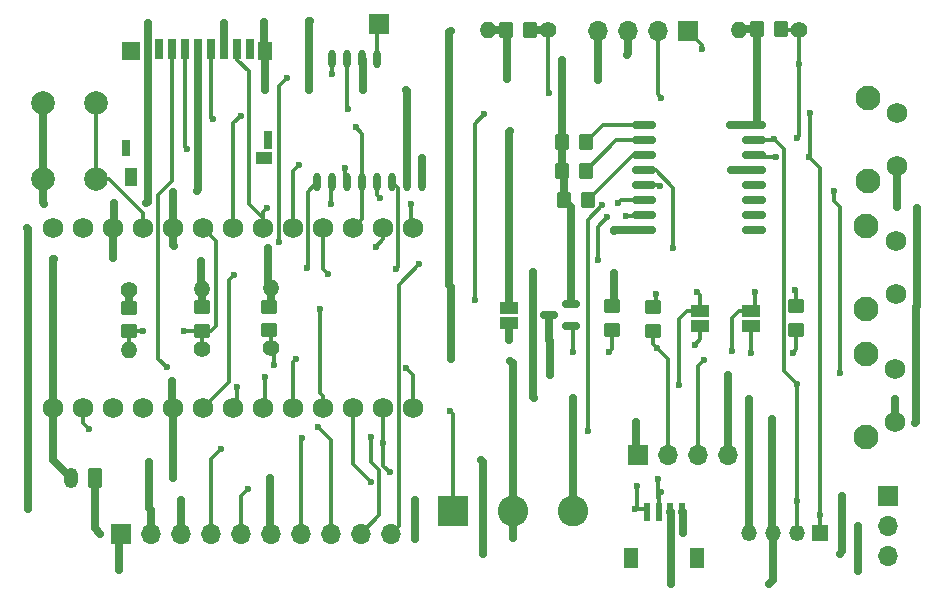
<source format=gbr>
%TF.GenerationSoftware,KiCad,Pcbnew,8.0.6-8.0.6-0~ubuntu24.04.1*%
%TF.CreationDate,2025-11-22T22:57:41-05:00*%
%TF.ProjectId,rook,726f6f6b-2e6b-4696-9361-645f70636258,rev?*%
%TF.SameCoordinates,Original*%
%TF.FileFunction,Copper,L1,Top*%
%TF.FilePolarity,Positive*%
%FSLAX46Y46*%
G04 Gerber Fmt 4.6, Leading zero omitted, Abs format (unit mm)*
G04 Created by KiCad (PCBNEW 8.0.6-8.0.6-0~ubuntu24.04.1) date 2025-11-22 22:57:41*
%MOMM*%
%LPD*%
G01*
G04 APERTURE LIST*
G04 Aperture macros list*
%AMRoundRect*
0 Rectangle with rounded corners*
0 $1 Rounding radius*
0 $2 $3 $4 $5 $6 $7 $8 $9 X,Y pos of 4 corners*
0 Add a 4 corners polygon primitive as box body*
4,1,4,$2,$3,$4,$5,$6,$7,$8,$9,$2,$3,0*
0 Add four circle primitives for the rounded corners*
1,1,$1+$1,$2,$3*
1,1,$1+$1,$4,$5*
1,1,$1+$1,$6,$7*
1,1,$1+$1,$8,$9*
0 Add four rect primitives between the rounded corners*
20,1,$1+$1,$2,$3,$4,$5,0*
20,1,$1+$1,$4,$5,$6,$7,0*
20,1,$1+$1,$6,$7,$8,$9,0*
20,1,$1+$1,$8,$9,$2,$3,0*%
G04 Aperture macros list end*
%TA.AperFunction,SMDPad,CuDef*%
%ADD10RoundRect,0.250000X-0.450000X0.350000X-0.450000X-0.350000X0.450000X-0.350000X0.450000X0.350000X0*%
%TD*%
%TA.AperFunction,SMDPad,CuDef*%
%ADD11RoundRect,0.250000X-0.350000X-0.450000X0.350000X-0.450000X0.350000X0.450000X-0.350000X0.450000X0*%
%TD*%
%TA.AperFunction,ComponentPad*%
%ADD12R,1.700000X1.700000*%
%TD*%
%TA.AperFunction,ComponentPad*%
%ADD13O,1.700000X1.700000*%
%TD*%
%TA.AperFunction,SMDPad,CuDef*%
%ADD14RoundRect,0.250000X0.450000X-0.350000X0.450000X0.350000X-0.450000X0.350000X-0.450000X-0.350000X0*%
%TD*%
%TA.AperFunction,SMDPad,CuDef*%
%ADD15RoundRect,0.150000X0.587500X0.150000X-0.587500X0.150000X-0.587500X-0.150000X0.587500X-0.150000X0*%
%TD*%
%TA.AperFunction,SMDPad,CuDef*%
%ADD16R,1.500000X1.000000*%
%TD*%
%TA.AperFunction,SMDPad,CuDef*%
%ADD17R,1.200000X1.800000*%
%TD*%
%TA.AperFunction,SMDPad,CuDef*%
%ADD18R,0.500000X1.550000*%
%TD*%
%TA.AperFunction,ComponentPad*%
%ADD19C,1.752600*%
%TD*%
%TA.AperFunction,ComponentPad*%
%ADD20C,1.400000*%
%TD*%
%TA.AperFunction,ComponentPad*%
%ADD21O,1.400000X1.400000*%
%TD*%
%TA.AperFunction,ComponentPad*%
%ADD22C,2.000000*%
%TD*%
%TA.AperFunction,SMDPad,CuDef*%
%ADD23RoundRect,0.150000X-0.875000X-0.150000X0.875000X-0.150000X0.875000X0.150000X-0.875000X0.150000X0*%
%TD*%
%TA.AperFunction,ComponentPad*%
%ADD24C,2.100000*%
%TD*%
%TA.AperFunction,ComponentPad*%
%ADD25C,1.750000*%
%TD*%
%TA.AperFunction,SMDPad,CuDef*%
%ADD26R,0.700000X1.750000*%
%TD*%
%TA.AperFunction,SMDPad,CuDef*%
%ADD27R,1.300000X1.500000*%
%TD*%
%TA.AperFunction,SMDPad,CuDef*%
%ADD28R,0.800000X1.500000*%
%TD*%
%TA.AperFunction,SMDPad,CuDef*%
%ADD29R,0.800000X1.400000*%
%TD*%
%TA.AperFunction,SMDPad,CuDef*%
%ADD30R,1.500000X1.500000*%
%TD*%
%TA.AperFunction,SMDPad,CuDef*%
%ADD31R,1.000000X1.550000*%
%TD*%
%TA.AperFunction,SMDPad,CuDef*%
%ADD32R,1.450000X1.000000*%
%TD*%
%TA.AperFunction,SMDPad,CuDef*%
%ADD33RoundRect,0.250000X0.350000X0.450000X-0.350000X0.450000X-0.350000X-0.450000X0.350000X-0.450000X0*%
%TD*%
%TA.AperFunction,ComponentPad*%
%ADD34O,1.350000X1.350000*%
%TD*%
%TA.AperFunction,ComponentPad*%
%ADD35R,1.350000X1.350000*%
%TD*%
%TA.AperFunction,SMDPad,CuDef*%
%ADD36RoundRect,0.300000X0.000010X-0.500000X0.000010X0.500000X-0.000010X0.500000X-0.000010X-0.500000X0*%
%TD*%
%TA.AperFunction,ComponentPad*%
%ADD37R,2.600000X2.600000*%
%TD*%
%TA.AperFunction,ComponentPad*%
%ADD38C,2.600000*%
%TD*%
%TA.AperFunction,ComponentPad*%
%ADD39O,1.200000X1.750000*%
%TD*%
%TA.AperFunction,ComponentPad*%
%ADD40RoundRect,0.250000X0.350000X0.625000X-0.350000X0.625000X-0.350000X-0.625000X0.350000X-0.625000X0*%
%TD*%
%TA.AperFunction,ViaPad*%
%ADD41C,0.600000*%
%TD*%
%TA.AperFunction,Conductor*%
%ADD42C,0.700000*%
%TD*%
%TA.AperFunction,Conductor*%
%ADD43C,0.300000*%
%TD*%
G04 APERTURE END LIST*
D10*
%TO.P,R16,1*%
%TO.N,GND*%
X48050000Y-22850000D03*
%TO.P,R16,2*%
%TO.N,GPS_EN*%
X48050000Y-24850000D03*
%TD*%
D11*
%TO.P,R14,2*%
%TO.N,Net-(U3-A0)*%
X45800000Y-8950000D03*
%TO.P,R14,1*%
%TO.N,GND*%
X43800000Y-8950000D03*
%TD*%
%TO.P,R13,2*%
%TO.N,Net-(U3-A1)*%
X45800000Y-11350000D03*
%TO.P,R13,1*%
%TO.N,GND*%
X43800000Y-11350000D03*
%TD*%
%TO.P,R12,2*%
%TO.N,Net-(U3-A2)*%
X45950000Y-13850000D03*
%TO.P,R12,1*%
%TO.N,GND*%
X43950000Y-13850000D03*
%TD*%
D12*
%TO.P,J9,1,Pin_1*%
%TO.N,V_EXT*%
X6400000Y-42100000D03*
D13*
%TO.P,J9,2,Pin_2*%
%TO.N,BAT*%
X8940000Y-42100000D03*
%TO.P,J9,3,Pin_3*%
%TO.N,3V3*%
X11480000Y-42100000D03*
%TO.P,J9,4,Pin_4*%
%TO.N,SDA*%
X14020000Y-42100000D03*
%TO.P,J9,5,Pin_5*%
%TO.N,SCL*%
X16560000Y-42100000D03*
%TO.P,J9,6,Pin_6*%
%TO.N,GND*%
X19100000Y-42100000D03*
%TO.P,J9,7,Pin_7*%
%TO.N,P0_6*%
X21640000Y-42100000D03*
%TO.P,J9,8,Pin_8*%
%TO.N,P0_8*%
X24180000Y-42100000D03*
%TO.P,J9,9,Pin_9*%
%TO.N,P2*%
X26720000Y-42100000D03*
%TO.P,J9,10,Pin_10*%
%TO.N,P3*%
X29260000Y-42100000D03*
%TD*%
D14*
%TO.P,R18,2*%
%TO.N,GPS_TX*%
X63600000Y-22850000D03*
%TO.P,R18,1*%
%TO.N,Net-(J2-Pin_3)*%
X63600000Y-24850000D03*
%TD*%
%TO.P,R15,1*%
%TO.N,Net-(J2-Pin_2)*%
X51450000Y-24900000D03*
%TO.P,R15,2*%
%TO.N,GPS_RX*%
X51450000Y-22900000D03*
%TD*%
D15*
%TO.P,Q2,1,G*%
%TO.N,GPS_EN*%
X44550000Y-24550000D03*
%TO.P,Q2,2,S*%
%TO.N,GND*%
X44550000Y-22650000D03*
%TO.P,Q2,3,D*%
%TO.N,GPS_GND*%
X42675000Y-23600000D03*
%TD*%
D16*
%TO.P,JP3,1,A*%
%TO.N,GND*%
X39300000Y-22950000D03*
%TO.P,JP3,2,B*%
%TO.N,GPS_GND*%
X39300000Y-24250000D03*
%TD*%
%TO.P,JP2,2,B*%
%TO.N,GPS_RX*%
X55450000Y-23250000D03*
%TO.P,JP2,1,A*%
%TO.N,Net-(J2-Pin_2)*%
X55450000Y-24550000D03*
%TD*%
%TO.P,JP1,2,B*%
%TO.N,GPS_TX*%
X59800000Y-23250000D03*
%TO.P,JP1,1,A*%
%TO.N,Net-(J2-Pin_3)*%
X59800000Y-24550000D03*
%TD*%
D17*
%TO.P,J6,MT2*%
%TO.N,N/C*%
X55250000Y-44150000D03*
%TO.P,J6,MT1*%
X49650000Y-44150000D03*
D18*
%TO.P,J6,4,Pin_4*%
%TO.N,GND*%
X53950000Y-40250000D03*
%TO.P,J6,3,Pin_3*%
%TO.N,3V3*%
X52950000Y-40250000D03*
%TO.P,J6,2,Pin_2*%
%TO.N,SDA*%
X51950000Y-40250000D03*
%TO.P,J6,1,Pin_1*%
%TO.N,SCL*%
X50950000Y-40250000D03*
%TD*%
D19*
%TO.P,U2,1,TX0/P0.06*%
%TO.N,P0_6*%
X3240000Y-31450000D03*
%TO.P,U2,2,RX1/P0.08*%
%TO.N,P0_8*%
X5780000Y-31450000D03*
%TO.P,U2,3,GND*%
%TO.N,GND*%
X8320000Y-31450000D03*
%TO.P,U2,4,GND*%
X10860000Y-31450000D03*
%TO.P,U2,5,P0.17*%
%TO.N,RF_SW*%
X13400000Y-31450000D03*
%TO.P,U2,6,P0.20*%
%TO.N,GPS_RX*%
X15940000Y-31450000D03*
%TO.P,U2,7,P0.22*%
%TO.N,GPS_TX*%
X18480000Y-31450000D03*
%TO.P,U2,8,P0.24*%
%TO.N,GPS_EN*%
X21020000Y-31450000D03*
%TO.P,U2,9,P1.00*%
%TO.N,BUTTON_A*%
X23560000Y-31450000D03*
%TO.P,U2,10,P0.11*%
%TO.N,SCL*%
X26100000Y-31450000D03*
%TO.P,U2,11,P1.04*%
%TO.N,SDA*%
X28640000Y-31450000D03*
%TO.P,U2,12,P1.06*%
%TO.N,P1_06*%
X31180000Y-31450000D03*
%TO.P,U2,13,NFC1/P0.09*%
%TO.N,LORA_RST*%
X31180000Y-16210000D03*
%TO.P,U2,14,NFC2/P0.10*%
%TO.N,DIO1*%
X28640000Y-16210000D03*
%TO.P,U2,15,P1.11*%
%TO.N,SCK*%
X26100000Y-16210000D03*
%TO.P,U2,16,P1.13*%
%TO.N,LORA_CS*%
X23560000Y-16210000D03*
%TO.P,U2,17,P1.15*%
%TO.N,MOSI*%
X21020000Y-16210000D03*
%TO.P,U2,18,AIN0/P0.02*%
%TO.N,MISO*%
X18480000Y-16210000D03*
%TO.P,U2,19,AIN5/P0.29*%
%TO.N,BUSY*%
X15940000Y-16210000D03*
%TO.P,U2,20,AIN7/P0.31*%
%TO.N,MESH_BATT_MEASURE*%
X13400000Y-16210000D03*
%TO.P,U2,21,VCC*%
%TO.N,3V3*%
X10860000Y-16210000D03*
%TO.P,U2,22,RST*%
%TO.N,MESH_RST*%
X8320000Y-16210000D03*
%TO.P,U2,23,GND*%
%TO.N,GND*%
X5780000Y-16210000D03*
%TO.P,U2,24,BAT*%
%TO.N,BAT*%
X3240000Y-16210000D03*
%TO.P,U2,25,BAT*%
X700000Y-16210000D03*
%TO.P,U2,26,GND*%
%TO.N,GND*%
X700000Y-31450000D03*
%TD*%
D20*
%TO.P,R10,1*%
%TO.N,P1_06*%
X19150000Y-26380000D03*
D21*
%TO.P,R10,2*%
%TO.N,3V3*%
X19150000Y-21300000D03*
%TD*%
D10*
%TO.P,R5,1*%
%TO.N,BAT*%
X7150000Y-22950000D03*
%TO.P,R5,2*%
%TO.N,MESH_BATT_MEASURE*%
X7150000Y-24950000D03*
%TD*%
D14*
%TO.P,R9,1*%
%TO.N,P1_06*%
X19000000Y-24880000D03*
%TO.P,R9,2*%
%TO.N,3V3*%
X19000000Y-22880000D03*
%TD*%
D22*
%TO.P,SW4,1,1*%
%TO.N,MESH_RST*%
X4300000Y-5600000D03*
X4300000Y-12100000D03*
%TO.P,SW4,2,2*%
%TO.N,GND*%
X-200000Y-5600000D03*
X-200000Y-12100000D03*
%TD*%
D14*
%TO.P,R6,1*%
%TO.N,MESH_BATT_MEASURE*%
X13300000Y-24940000D03*
%TO.P,R6,2*%
%TO.N,GND*%
X13300000Y-22940000D03*
%TD*%
D23*
%TO.P,U3,16,VDD*%
%TO.N,3V3*%
X60000000Y-7510000D03*
%TO.P,U3,15,SDA*%
%TO.N,SDA*%
X60000000Y-8780000D03*
%TO.P,U3,14,SCL*%
%TO.N,SCL*%
X60000000Y-10050000D03*
%TO.P,U3,13,~{INT}*%
%TO.N,3V3*%
X60000000Y-11320000D03*
%TO.P,U3,12,P7*%
%TO.N,P7*%
X60000000Y-12590000D03*
%TO.P,U3,11,P6*%
%TO.N,P6*%
X60000000Y-13860000D03*
%TO.P,U3,10,P5*%
%TO.N,P5*%
X60000000Y-15130000D03*
%TO.P,U3,9,P4*%
%TO.N,P4*%
X60000000Y-16400000D03*
%TO.P,U3,8,VSS*%
%TO.N,GND*%
X50700000Y-16400000D03*
%TO.P,U3,7,P3*%
%TO.N,P3*%
X50700000Y-15130000D03*
%TO.P,U3,6,P2*%
%TO.N,P2*%
X50700000Y-13860000D03*
%TO.P,U3,5,P1*%
%TO.N,BUTTON_C*%
X50700000Y-12590000D03*
%TO.P,U3,4,P0*%
%TO.N,BUTTON_B*%
X50700000Y-11320000D03*
%TO.P,U3,3,A2*%
%TO.N,Net-(U3-A2)*%
X50700000Y-10050000D03*
%TO.P,U3,2,A1*%
%TO.N,Net-(U3-A1)*%
X50700000Y-8780000D03*
%TO.P,U3,1,A0*%
%TO.N,Net-(U3-A0)*%
X50700000Y-7510000D03*
%TD*%
D24*
%TO.P,SW1,*%
%TO.N,*%
X69660000Y-5200000D03*
X69660000Y-12210000D03*
D25*
%TO.P,SW1,1,1*%
%TO.N,BUTTON_A*%
X72150000Y-6450000D03*
%TO.P,SW1,2,2*%
%TO.N,GND*%
X72150000Y-10950000D03*
%TD*%
D20*
%TO.P,R1,1*%
%TO.N,MESH_BATT_MEASURE*%
X13300000Y-26500000D03*
D21*
%TO.P,R1,2*%
%TO.N,GND*%
X13300000Y-21420000D03*
%TD*%
D26*
%TO.P,J10,1,DAT2*%
%TO.N,unconnected-(J10-DAT2-Pad1)*%
X9700000Y-1075000D03*
%TO.P,J10,2,DAT3/CD*%
%TO.N,P1_06*%
X10800000Y-1075000D03*
%TO.P,J10,3,CMD*%
%TO.N,MOSI*%
X11900000Y-1075000D03*
%TO.P,J10,4,VDD*%
%TO.N,3V3*%
X13000000Y-1075000D03*
%TO.P,J10,5,CLK*%
%TO.N,SCK*%
X14100000Y-1075000D03*
%TO.P,J10,6,VSS*%
%TO.N,GND*%
X15200000Y-1075000D03*
%TO.P,J10,7,DAT0*%
%TO.N,MISO*%
X16300000Y-1075000D03*
%TO.P,J10,8,DAT1*%
%TO.N,unconnected-(J10-DAT1-Pad8)*%
X17400000Y-1075000D03*
D27*
%TO.P,J10,9,SHIELD*%
%TO.N,GND*%
X18600000Y-1200000D03*
D28*
%TO.P,J10,10*%
%TO.N,N/C*%
X18850000Y-8800000D03*
D29*
%TO.P,J10,11*%
X6900000Y-9450000D03*
D30*
%TO.P,J10,12*%
X7250000Y-1200000D03*
D31*
%TO.P,J10,A*%
X7300000Y-11875000D03*
D32*
%TO.P,J10,B*%
X18525000Y-10300000D03*
%TD*%
D24*
%TO.P,SW2,*%
%TO.N,*%
X69560000Y-16050000D03*
X69560000Y-23060000D03*
D25*
%TO.P,SW2,1,1*%
%TO.N,BUTTON_B*%
X72050000Y-17300000D03*
%TO.P,SW2,2,2*%
%TO.N,GND*%
X72050000Y-21800000D03*
%TD*%
D24*
%TO.P,SW3,*%
%TO.N,*%
X69510000Y-26900000D03*
X69510000Y-33910000D03*
D25*
%TO.P,SW3,1,1*%
%TO.N,BUTTON_C*%
X72000000Y-28150000D03*
%TO.P,SW3,2,2*%
%TO.N,GND*%
X72000000Y-32650000D03*
%TD*%
D33*
%TO.P,R8,2*%
%TO.N,3V3*%
X60300000Y600000D03*
%TO.P,R8,1*%
%TO.N,SDA*%
X62300000Y600000D03*
%TD*%
D12*
%TO.P,J3,4,Pin_4*%
%TO.N,SDA*%
X54450000Y440000D03*
D13*
%TO.P,J3,3,Pin_3*%
%TO.N,SCL*%
X51910000Y440000D03*
%TO.P,J3,2,Pin_2*%
%TO.N,GND*%
X49370000Y440000D03*
%TO.P,J3,1,Pin_1*%
%TO.N,3V3*%
X46830000Y440000D03*
%TD*%
D20*
%TO.P,R3,1*%
%TO.N,SCL*%
X42620000Y580000D03*
D21*
%TO.P,R3,2*%
%TO.N,3V3*%
X37540000Y580000D03*
%TD*%
D33*
%TO.P,R7,2*%
%TO.N,3V3*%
X39080000Y550000D03*
%TO.P,R7,1*%
%TO.N,SCL*%
X41080000Y550000D03*
%TD*%
D20*
%TO.P,R2,1*%
%TO.N,BAT*%
X7150000Y-21500000D03*
D21*
%TO.P,R2,2*%
%TO.N,MESH_BATT_MEASURE*%
X7150000Y-26580000D03*
%TD*%
D34*
%TO.P,U4,1,GND*%
%TO.N,GND*%
X59650000Y-42050000D03*
%TO.P,U4,2,VCC*%
%TO.N,3V3*%
X61650000Y-42050000D03*
%TO.P,U4,3,SDA*%
%TO.N,SDA*%
X63650000Y-42050000D03*
D35*
%TO.P,U4,4,SCL*%
%TO.N,SCL*%
X65650000Y-42050000D03*
%TD*%
D12*
%TO.P,J8,1,Pin_1*%
%TO.N,BAT*%
X71400000Y-38920000D03*
D13*
%TO.P,J8,2,Pin_2*%
%TO.N,V_EXT*%
X71400000Y-41460000D03*
%TO.P,J8,3,Pin_3*%
%TO.N,unconnected-(J8-Pin_3-Pad3)*%
X71400000Y-44000000D03*
%TD*%
D36*
%TO.P,U1,1,RF_SW1*%
%TO.N,RF_SW*%
X23030000Y-12350000D03*
%TO.P,U1,2,MISO*%
%TO.N,MISO*%
X24300000Y-12350000D03*
%TO.P,U1,3,MOSI*%
%TO.N,MOSI*%
X25570000Y-12350000D03*
%TO.P,U1,4,SCK*%
%TO.N,SCK*%
X26840000Y-12350000D03*
%TO.P,U1,5,RST*%
%TO.N,LORA_RST*%
X28110000Y-12350000D03*
%TO.P,U1,6,NSS*%
%TO.N,LORA_CS*%
X29380000Y-12350000D03*
%TO.P,U1,7,GND1*%
%TO.N,GND*%
X30650000Y-12350000D03*
%TO.P,U1,8,VCC*%
%TO.N,3V3*%
X31920000Y-12350000D03*
%TO.P,U1,9,ANT*%
%TO.N,ANT*%
X28110000Y-1950000D03*
%TO.P,U1,10,GND2*%
%TO.N,GND*%
X26840000Y-1950000D03*
%TO.P,U1,11,BUSY*%
%TO.N,BUSY*%
X25570000Y-1950000D03*
%TO.P,U1,12,DIO1*%
%TO.N,DIO1*%
X24300000Y-1950000D03*
%TD*%
D37*
%TO.P,J7,1,Pin_1*%
%TO.N,P1_06*%
X34550000Y-40150000D03*
D38*
%TO.P,J7,2,Pin_2*%
%TO.N,3V3*%
X39630000Y-40150000D03*
%TO.P,J7,3,Pin_3*%
%TO.N,GND*%
X44710000Y-40150000D03*
%TD*%
D12*
%TO.P,J4,1,Pin_1*%
%TO.N,ANT*%
X28250000Y1040000D03*
%TD*%
D21*
%TO.P,R4,2*%
%TO.N,3V3*%
X58760000Y570000D03*
D20*
%TO.P,R4,1*%
%TO.N,SDA*%
X63840000Y570000D03*
%TD*%
D12*
%TO.P,J2,1,Pin_1*%
%TO.N,3V3*%
X50180000Y-35450000D03*
D13*
%TO.P,J2,2,Pin_2*%
%TO.N,Net-(J2-Pin_2)*%
X52720000Y-35450000D03*
%TO.P,J2,3,Pin_3*%
%TO.N,Net-(J2-Pin_3)*%
X55260000Y-35450000D03*
%TO.P,J2,4,Pin_4*%
%TO.N,GPS_GND*%
X57800000Y-35450000D03*
%TD*%
D39*
%TO.P,J1,2,Pin_2*%
%TO.N,GND*%
X2200000Y-37400000D03*
D40*
%TO.P,J1,1,Pin_1*%
%TO.N,V_EXT*%
X4200000Y-37400000D03*
%TD*%
D41*
%TO.N,GND*%
X73850000Y-22800000D03*
%TO.N,V_EXT*%
X4700003Y-42100000D03*
%TO.N,GND*%
X10800000Y-29200000D03*
X700000Y-28800000D03*
%TO.N,P3*%
X49200000Y-15200000D03*
X47600000Y-15300000D03*
X31700000Y-19300000D03*
X46800000Y-18900000D03*
%TO.N,P2*%
X48500000Y-14100000D03*
X46000000Y-33400000D03*
X47200000Y-14300000D03*
X27600000Y-33900000D03*
%TO.N,SCL*%
X42700000Y-4800000D03*
%TO.N,LORA_CS*%
X29700000Y-19700000D03*
X24000000Y-20100000D03*
%TO.N,P1_06*%
X10300000Y-28000000D03*
%TO.N,MOSI*%
X12000000Y-9500000D03*
%TO.N,SCK*%
X14200000Y-7000000D03*
X26300000Y-7700000D03*
%TO.N,DIO1*%
X20500000Y-3500000D03*
X19800000Y-17400000D03*
X24300000Y-3200000D03*
X28000000Y-17800000D03*
%TO.N,LORA_RST*%
X31000000Y-14200000D03*
X28400000Y-13700000D03*
%TO.N,RF_SW*%
X22200000Y-19600000D03*
X16000000Y-20200000D03*
%TO.N,MOSI*%
X25400000Y-11100000D03*
X21500000Y-10900000D03*
%TO.N,MISO*%
X24200000Y-14200000D03*
X18800000Y-14500000D03*
%TO.N,BUSY*%
X25700000Y-6100000D03*
X16600000Y-6700000D03*
%TO.N,MESH_BATT_MEASURE*%
X11800000Y-24900000D03*
X8300000Y-24900000D03*
%TO.N,P0_8*%
X23100000Y-33100000D03*
%TO.N,P0_6*%
X21800000Y-34000000D03*
X3700000Y-33200000D03*
%TO.N,SCL*%
X17200000Y-38300000D03*
%TO.N,SDA*%
X14900000Y-34900000D03*
X28640000Y-34400000D03*
%TO.N,P1_06*%
X19400000Y-27800000D03*
X30600000Y-28100000D03*
%TO.N,BUTTON_A*%
X36400000Y-22300000D03*
X23300000Y-23100000D03*
X37200000Y-6600000D03*
%TO.N,BUTTON_B*%
X53200000Y-17900000D03*
%TO.N,BUTTON_C*%
X67300000Y-28500000D03*
X66800000Y-13100000D03*
X52100000Y-12700000D03*
%TO.N,GPS_EN*%
X21300000Y-27300000D03*
X44700000Y-26700000D03*
X47800000Y-26700000D03*
%TO.N,GPS_RX*%
X16300000Y-29700000D03*
X53700000Y-29550000D03*
%TO.N,GPS_TX*%
X58200000Y-26600000D03*
X18600000Y-28800000D03*
%TO.N,Net-(J2-Pin_2)*%
X51800000Y-26400000D03*
X55000000Y-26100000D03*
%TO.N,GPS_RX*%
X51700000Y-21800000D03*
X55200000Y-21600000D03*
%TO.N,GPS_TX*%
X60100000Y-21600000D03*
X63500000Y-21500000D03*
%TO.N,Net-(J2-Pin_3)*%
X63300000Y-26800000D03*
%TO.N,SDA*%
X63650000Y-29400000D03*
%TO.N,Net-(J2-Pin_3)*%
X59800000Y-26800000D03*
X55800000Y-27400000D03*
%TO.N,P1_06*%
X34300000Y-31700000D03*
%TO.N,SCL*%
X50100000Y-38100000D03*
X27600000Y-37700000D03*
%TO.N,SDA*%
X51900000Y-37500000D03*
X29200000Y-36900000D03*
%TO.N,SCL*%
X50000000Y-40000000D03*
X65650000Y-40500000D03*
%TO.N,SDA*%
X52200000Y-38600000D03*
X63650000Y-39300000D03*
%TO.N,3V3*%
X53000000Y-46400000D03*
X61300000Y-46400000D03*
%TO.N,SDA*%
X63840000Y-2300000D03*
%TO.N,SCL*%
X64800000Y-6500000D03*
X52200000Y-5200000D03*
%TO.N,SDA*%
X61700000Y-8700000D03*
X63700000Y-8600000D03*
%TO.N,3V3*%
X58000000Y-7500000D03*
X58100000Y-11300000D03*
%TO.N,SCL*%
X61900000Y-10200000D03*
X64700000Y-10200000D03*
%TO.N,3V3*%
X39160000Y-3590000D03*
X60300000Y-3650000D03*
X46850000Y-3650000D03*
%TO.N,GPS_GND*%
X42800000Y-28650000D03*
X57800000Y-28700000D03*
X42700000Y-25700000D03*
X39300000Y-25700000D03*
%TO.N,GND*%
X18650000Y-4550000D03*
X41450000Y-30650000D03*
X41350000Y-19950000D03*
X73700000Y-32700000D03*
X72150000Y-14450000D03*
X73850000Y-14550000D03*
X49250000Y-1550000D03*
X43800000Y-2000000D03*
X39350000Y-8000000D03*
X30650000Y-8000000D03*
%TO.N,3V3*%
X31350000Y-42550000D03*
X39600000Y-42500000D03*
%TO.N,BAT*%
X37050000Y-43800000D03*
X36950000Y-35900000D03*
X8800000Y-36000000D03*
X67300000Y-43800000D03*
%TO.N,GND*%
X71950000Y-30700000D03*
X44700000Y-30600000D03*
X59650000Y-30700000D03*
%TO.N,3V3*%
X50050000Y-32650000D03*
%TO.N,GND*%
X54000000Y-42050000D03*
X48150000Y-16450000D03*
%TO.N,3V3*%
X34350000Y500000D03*
%TO.N,GND*%
X48150000Y-20000000D03*
X44500000Y-19950000D03*
X39300000Y-19950000D03*
X8700000Y1150000D03*
X8600000Y-14100000D03*
X15200000Y1150000D03*
X18550000Y1250000D03*
X22450000Y1350000D03*
X22400000Y-4550000D03*
X26900000Y-4550000D03*
X30600000Y-4550000D03*
%TO.N,3V3*%
X31900000Y-10300000D03*
X34250000Y-10200000D03*
X10850000Y-13150000D03*
X12850000Y-13100000D03*
X34400000Y-27300000D03*
X39400000Y-27450000D03*
X34250000Y-21050000D03*
X39600000Y-35550000D03*
X31300000Y-39250000D03*
X11550000Y-39250000D03*
%TO.N,BAT*%
X-1550000Y-16200000D03*
X-1450000Y-21550000D03*
X8900000Y-40050000D03*
X-1450000Y-40000000D03*
%TO.N,GND*%
X19050000Y-37400000D03*
X10850000Y-37350000D03*
X750000Y-18800000D03*
%TO.N,3V3*%
X18900000Y-17900000D03*
X10950000Y-17750000D03*
%TO.N,GND*%
X13250000Y-19050000D03*
X5800000Y-18750000D03*
X5850000Y-14100000D03*
X-50000Y-14150000D03*
%TO.N,3V3*%
X61600000Y-32400000D03*
%TO.N,BAT*%
X67500000Y-38900000D03*
%TO.N,V_EXT*%
X68850000Y-45250000D03*
X6300000Y-45150000D03*
X68850000Y-41450000D03*
%TO.N,SDA*%
X55600000Y-1100000D03*
%TD*%
D42*
%TO.N,V_EXT*%
X4200000Y-37400000D02*
X4200000Y-41599997D01*
X4200000Y-41599997D02*
X4700003Y-42100000D01*
D43*
%TO.N,P1_06*%
X19150000Y-26380000D02*
X19150000Y-25030000D01*
X19150000Y-25030000D02*
X19000000Y-24880000D01*
D42*
%TO.N,GND*%
X13300000Y-22940000D02*
X13300000Y-21420000D01*
%TO.N,3V3*%
X39080000Y550000D02*
X37570000Y550000D01*
X37570000Y550000D02*
X37540000Y580000D01*
%TO.N,GND*%
X10800000Y-31390000D02*
X10860000Y-31450000D01*
X10800000Y-29200000D02*
X10800000Y-31390000D01*
X700000Y-31450000D02*
X700000Y-18850000D01*
X700000Y-18850000D02*
X750000Y-18800000D01*
D43*
%TO.N,P3*%
X46800000Y-18900000D02*
X46800000Y-16100000D01*
X46800000Y-16100000D02*
X47600000Y-15300000D01*
X49200000Y-15200000D02*
X50630000Y-15200000D01*
X50630000Y-15200000D02*
X50700000Y-15130000D01*
X29260000Y-42100000D02*
X29950000Y-41410000D01*
X29950000Y-41410000D02*
X29950000Y-21050000D01*
X29950000Y-21050000D02*
X31700000Y-19300000D01*
%TO.N,P2*%
X27600000Y-36007107D02*
X28300000Y-36707107D01*
X50700000Y-13860000D02*
X48740000Y-13860000D01*
X46000000Y-15500000D02*
X46000000Y-33400000D01*
X48740000Y-13860000D02*
X48500000Y-14100000D01*
X47200000Y-14300000D02*
X46000000Y-15500000D01*
X27600000Y-33900000D02*
X27600000Y-36007107D01*
X28300000Y-36707107D02*
X28300000Y-40520000D01*
X28300000Y-40520000D02*
X26720000Y-42100000D01*
%TO.N,Net-(U3-A2)*%
X50700000Y-10050000D02*
X49750000Y-10050000D01*
X49750000Y-10050000D02*
X45950000Y-13850000D01*
%TO.N,Net-(U3-A1)*%
X50700000Y-8780000D02*
X48370000Y-8780000D01*
X48370000Y-8780000D02*
X45800000Y-11350000D01*
%TO.N,Net-(U3-A0)*%
X50700000Y-7510000D02*
X47240000Y-7510000D01*
X47240000Y-7510000D02*
X45800000Y-8950000D01*
D42*
%TO.N,SCL*%
X41080000Y550000D02*
X42590000Y550000D01*
X42590000Y550000D02*
X42620000Y580000D01*
D43*
X42700000Y-4800000D02*
X42620000Y-4720000D01*
X42620000Y-4720000D02*
X42620000Y580000D01*
%TO.N,LORA_CS*%
X29866300Y-19533700D02*
X29866300Y-12836300D01*
X23560000Y-16210000D02*
X23560000Y-19660000D01*
X23560000Y-19660000D02*
X24000000Y-20100000D01*
X29700000Y-19700000D02*
X29866300Y-19533700D01*
X29866300Y-12836300D02*
X29380000Y-12350000D01*
%TO.N,P1_06*%
X9600000Y-27300000D02*
X10300000Y-28000000D01*
X9600000Y-13410051D02*
X9600000Y-27300000D01*
X10800000Y-12210051D02*
X9600000Y-13410051D01*
X10800000Y-1075000D02*
X10800000Y-12210051D01*
%TO.N,MISO*%
X18480000Y-16210000D02*
X18480000Y-15300000D01*
X17250000Y-2950000D02*
X16300000Y-2000000D01*
X18480000Y-15300000D02*
X18480000Y-14820000D01*
X18480000Y-15300000D02*
X18400000Y-15300000D01*
X18400000Y-15300000D02*
X17250000Y-14150000D01*
X17250000Y-14150000D02*
X17250000Y-2950000D01*
X16300000Y-2000000D02*
X16300000Y-1075000D01*
%TO.N,MOSI*%
X11900000Y-9400000D02*
X11900000Y-1075000D01*
X12000000Y-9500000D02*
X11900000Y-9400000D01*
%TO.N,SCK*%
X26840000Y-8240000D02*
X26300000Y-7700000D01*
X26840000Y-12350000D02*
X26840000Y-8240000D01*
X14200000Y-7000000D02*
X14100000Y-6900000D01*
X14100000Y-6900000D02*
X14100000Y-1075000D01*
%TO.N,DIO1*%
X24300000Y-3200000D02*
X24300000Y-1950000D01*
X19793700Y-4206300D02*
X20500000Y-3500000D01*
X19793700Y-17393700D02*
X19793700Y-4206300D01*
X19800000Y-17400000D02*
X19793700Y-17393700D01*
X28640000Y-17160000D02*
X28000000Y-17800000D01*
X28640000Y-16210000D02*
X28640000Y-17160000D01*
%TO.N,LORA_RST*%
X28110000Y-13410000D02*
X28400000Y-13700000D01*
X31000000Y-16030000D02*
X31180000Y-16210000D01*
X28110000Y-12350000D02*
X28110000Y-13410000D01*
X31000000Y-14200000D02*
X31000000Y-16030000D01*
%TO.N,SCK*%
X26840000Y-12350000D02*
X26840000Y-15470000D01*
X26840000Y-15470000D02*
X26100000Y-16210000D01*
%TO.N,RF_SW*%
X15600000Y-29250000D02*
X15600000Y-20900000D01*
X13400000Y-31450000D02*
X15600000Y-29250000D01*
X15600000Y-20900000D02*
X15600000Y-20600000D01*
X15600000Y-20600000D02*
X16000000Y-20200000D01*
X22200000Y-19600000D02*
X22246300Y-19553700D01*
X22246300Y-19553700D02*
X22246300Y-13133700D01*
X22246300Y-13133700D02*
X23030000Y-12350000D01*
%TO.N,MOSI*%
X25400000Y-12180000D02*
X25570000Y-12350000D01*
X21020000Y-11380000D02*
X21500000Y-10900000D01*
X25400000Y-11100000D02*
X25400000Y-12180000D01*
%TO.N,MISO*%
X24200000Y-12450000D02*
X24300000Y-12350000D01*
X18480000Y-14820000D02*
X18800000Y-14500000D01*
X24200000Y-14200000D02*
X24200000Y-12450000D01*
%TO.N,BUSY*%
X25700000Y-6100000D02*
X25570000Y-5970000D01*
X15940000Y-16210000D02*
X15940000Y-7360000D01*
X15940000Y-7360000D02*
X16600000Y-6700000D01*
X25570000Y-5970000D02*
X25570000Y-1950000D01*
%TO.N,MESH_RST*%
X4300000Y-5600000D02*
X4300000Y-12100000D01*
X8320000Y-16210000D02*
X8320000Y-14970725D01*
X8320000Y-14970725D02*
X5449275Y-12100000D01*
X5449275Y-12100000D02*
X4300000Y-12100000D01*
%TO.N,ANT*%
X28110000Y-1950000D02*
X28110000Y900000D01*
X28110000Y900000D02*
X28250000Y1040000D01*
%TO.N,MESH_BATT_MEASURE*%
X7150000Y-24950000D02*
X8250000Y-24950000D01*
X8250000Y-24950000D02*
X8300000Y-24900000D01*
X11800000Y-24900000D02*
X13260000Y-24900000D01*
X13260000Y-24900000D02*
X13300000Y-24940000D01*
X14500000Y-17310000D02*
X14500000Y-24500000D01*
X13400000Y-16210000D02*
X14500000Y-17310000D01*
X14500000Y-24500000D02*
X14060000Y-24940000D01*
X14060000Y-24940000D02*
X13300000Y-24940000D01*
X13300000Y-26500000D02*
X13300000Y-24940000D01*
X7150000Y-26580000D02*
X7150000Y-24950000D01*
%TO.N,P0_8*%
X24180000Y-34180000D02*
X23100000Y-33100000D01*
X24180000Y-42100000D02*
X24180000Y-34180000D01*
%TO.N,P0_6*%
X21640000Y-34160000D02*
X21640000Y-42100000D01*
X21800000Y-34000000D02*
X21640000Y-34160000D01*
X3240000Y-32740000D02*
X3700000Y-33200000D01*
X3240000Y-31450000D02*
X3240000Y-32740000D01*
%TO.N,SCL*%
X16560000Y-38940000D02*
X17200000Y-38300000D01*
X16560000Y-42100000D02*
X16560000Y-38940000D01*
%TO.N,SDA*%
X14020000Y-35780000D02*
X14900000Y-34900000D01*
X14020000Y-42100000D02*
X14020000Y-35780000D01*
X28640000Y-31450000D02*
X28640000Y-34400000D01*
X28640000Y-34400000D02*
X28640000Y-36340000D01*
%TO.N,P1_06*%
X31180000Y-31450000D02*
X31180000Y-28680000D01*
X19400000Y-26630000D02*
X19150000Y-26380000D01*
X31180000Y-28680000D02*
X30600000Y-28100000D01*
X19400000Y-27800000D02*
X19400000Y-26630000D01*
%TO.N,BUTTON_A*%
X23560000Y-30460000D02*
X23560000Y-31450000D01*
X37200000Y-6600000D02*
X36400000Y-7400000D01*
X36400000Y-7400000D02*
X36400000Y-22300000D01*
X23300000Y-23100000D02*
X23300000Y-30200000D01*
X23300000Y-30200000D02*
X23560000Y-30460000D01*
%TO.N,BUTTON_B*%
X53200000Y-12795001D02*
X53200000Y-17900000D01*
X51724999Y-11320000D02*
X53200000Y-12795001D01*
X50700000Y-11320000D02*
X51724999Y-11320000D01*
%TO.N,BUTTON_C*%
X67300000Y-14400000D02*
X67300000Y-28500000D01*
X66800000Y-13900000D02*
X67300000Y-14400000D01*
X66800000Y-13100000D02*
X66800000Y-13900000D01*
X50700000Y-12590000D02*
X51990000Y-12590000D01*
X51990000Y-12590000D02*
X52100000Y-12700000D01*
%TO.N,GPS_EN*%
X21300000Y-27300000D02*
X21020000Y-27580000D01*
X21020000Y-27580000D02*
X21020000Y-31450000D01*
X48050000Y-24850000D02*
X48050000Y-26450000D01*
X48050000Y-26450000D02*
X47800000Y-26700000D01*
X44700000Y-26700000D02*
X44700000Y-24700000D01*
X44700000Y-24700000D02*
X44550000Y-24550000D01*
%TO.N,GPS_RX*%
X16300000Y-31090000D02*
X15940000Y-31450000D01*
X55450000Y-23250000D02*
X54400000Y-23250000D01*
X54400000Y-23250000D02*
X53700000Y-23950000D01*
X16300000Y-29700000D02*
X16300000Y-31090000D01*
X53700000Y-23950000D02*
X53700000Y-29550000D01*
%TO.N,GPS_TX*%
X58200000Y-23800000D02*
X58200000Y-26600000D01*
X18600000Y-28800000D02*
X18600000Y-31330000D01*
X58750000Y-23250000D02*
X58200000Y-23800000D01*
X59800000Y-23250000D02*
X58750000Y-23250000D01*
X18600000Y-31330000D02*
X18480000Y-31450000D01*
%TO.N,Net-(J2-Pin_2)*%
X52720000Y-35450000D02*
X52720000Y-27400000D01*
X52720000Y-27400000D02*
X52720000Y-27320000D01*
X52720000Y-27320000D02*
X51800000Y-26400000D01*
X51450000Y-26050000D02*
X51800000Y-26400000D01*
X51450000Y-24900000D02*
X51450000Y-26050000D01*
X55450000Y-25650000D02*
X55000000Y-26100000D01*
X55450000Y-24550000D02*
X55450000Y-25650000D01*
%TO.N,GPS_RX*%
X55450000Y-23250000D02*
X55450000Y-21850000D01*
X51700000Y-21800000D02*
X51700000Y-22650000D01*
X55450000Y-21850000D02*
X55200000Y-21600000D01*
X51700000Y-22650000D02*
X51450000Y-22900000D01*
%TO.N,GPS_TX*%
X63600000Y-22850000D02*
X63600000Y-21600000D01*
X60100000Y-21600000D02*
X60100000Y-22950000D01*
X63600000Y-21600000D02*
X63500000Y-21500000D01*
X60100000Y-22950000D02*
X59800000Y-23250000D01*
%TO.N,Net-(J2-Pin_3)*%
X63600000Y-26500000D02*
X63300000Y-26800000D01*
X63600000Y-24850000D02*
X63600000Y-26500000D01*
%TO.N,SDA*%
X63650000Y-39300000D02*
X63650000Y-29400000D01*
X61700000Y-8700000D02*
X62550000Y-9550000D01*
X62550000Y-28300000D02*
X63650000Y-29400000D01*
X62550000Y-9550000D02*
X62550000Y-28300000D01*
%TO.N,Net-(J2-Pin_3)*%
X55260000Y-35450000D02*
X55260000Y-27940000D01*
X55260000Y-27940000D02*
X55800000Y-27400000D01*
X59800000Y-26800000D02*
X59800000Y-24550000D01*
%TO.N,P1_06*%
X34550000Y-31950000D02*
X34300000Y-31700000D01*
X34550000Y-40150000D02*
X34550000Y-31950000D01*
%TO.N,SCL*%
X50100000Y-39900000D02*
X50000000Y-40000000D01*
X26100000Y-31450000D02*
X26100000Y-36200000D01*
X50100000Y-38100000D02*
X50100000Y-39900000D01*
X26100000Y-36200000D02*
X27600000Y-37700000D01*
%TO.N,SDA*%
X51950000Y-39100000D02*
X51950000Y-38850000D01*
X51950000Y-40250000D02*
X51950000Y-39100000D01*
X28640000Y-36340000D02*
X29200000Y-36900000D01*
X51900000Y-37500000D02*
X51900000Y-39050000D01*
X51900000Y-39050000D02*
X51950000Y-39100000D01*
%TO.N,SCL*%
X50000000Y-40000000D02*
X50700000Y-40000000D01*
X50700000Y-40000000D02*
X50950000Y-40250000D01*
X65650000Y-42050000D02*
X65650000Y-40500000D01*
X64700000Y-10200000D02*
X65650000Y-11150000D01*
X65650000Y-11150000D02*
X65650000Y-40500000D01*
%TO.N,SDA*%
X51950000Y-38850000D02*
X52200000Y-38600000D01*
X63650000Y-42050000D02*
X63650000Y-39300000D01*
D42*
%TO.N,3V3*%
X61650000Y-42050000D02*
X61650000Y-46050000D01*
X61650000Y-46050000D02*
X61300000Y-46400000D01*
X53000000Y-46400000D02*
X53000000Y-40300000D01*
X53000000Y-40300000D02*
X52950000Y-40250000D01*
D43*
%TO.N,SDA*%
X63840000Y570000D02*
X63840000Y-8460000D01*
X63840000Y-8460000D02*
X63700000Y-8600000D01*
%TO.N,SCL*%
X51910000Y440000D02*
X51910000Y-4910000D01*
X51910000Y-4910000D02*
X52200000Y-5200000D01*
X64800000Y-6500000D02*
X64800000Y-10100000D01*
X64800000Y-10100000D02*
X64700000Y-10200000D01*
%TO.N,SDA*%
X61620000Y-8780000D02*
X61700000Y-8700000D01*
X60000000Y-8780000D02*
X61620000Y-8780000D01*
X63840000Y570000D02*
X62330000Y570000D01*
X62330000Y570000D02*
X62300000Y600000D01*
D42*
%TO.N,3V3*%
X60000000Y-11320000D02*
X58120000Y-11320000D01*
X58120000Y-11320000D02*
X58100000Y-11300000D01*
X59990000Y-7500000D02*
X60000000Y-7510000D01*
X58000000Y-7500000D02*
X59990000Y-7500000D01*
D43*
%TO.N,SCL*%
X61900000Y-10200000D02*
X60150000Y-10200000D01*
X60150000Y-10200000D02*
X60000000Y-10050000D01*
D42*
%TO.N,3V3*%
X39160000Y-3590000D02*
X39160000Y470000D01*
X39160000Y470000D02*
X39080000Y550000D01*
X60300000Y600000D02*
X58790000Y600000D01*
X58790000Y600000D02*
X58760000Y570000D01*
X60300000Y600000D02*
X60300000Y-3650000D01*
X60300000Y-3650000D02*
X60300000Y-7210000D01*
X46830000Y440000D02*
X46830000Y-3630000D01*
X46830000Y-3630000D02*
X46850000Y-3650000D01*
%TO.N,SCL*%
X41050000Y520000D02*
X41080000Y550000D01*
%TO.N,3V3*%
X60300000Y-7210000D02*
X60000000Y-7510000D01*
%TO.N,GPS_GND*%
X57800000Y-35450000D02*
X57800000Y-28700000D01*
X42800000Y-25800000D02*
X42700000Y-25700000D01*
X42800000Y-28650000D02*
X42800000Y-25800000D01*
X39300000Y-24250000D02*
X39300000Y-25700000D01*
X42700000Y-23625000D02*
X42675000Y-23600000D01*
X42700000Y-25700000D02*
X42700000Y-23625000D01*
%TO.N,GND*%
X18600000Y-4500000D02*
X18650000Y-4550000D01*
X18600000Y-1200000D02*
X18600000Y-4500000D01*
X41350000Y-30550000D02*
X41450000Y-30650000D01*
X41350000Y-19950000D02*
X41350000Y-30550000D01*
X73750000Y-32650000D02*
X73700000Y-32700000D01*
X73750000Y-22900000D02*
X73750000Y-32650000D01*
X73850000Y-22800000D02*
X73750000Y-22900000D01*
X73850000Y-14550000D02*
X73850000Y-22800000D01*
X72150000Y-10950000D02*
X72150000Y-14450000D01*
X49370000Y440000D02*
X49370000Y-1430000D01*
X49370000Y-1430000D02*
X49250000Y-1550000D01*
X43800000Y-2000000D02*
X43800000Y-8950000D01*
X43800000Y-8950000D02*
X43800000Y-11350000D01*
X39300000Y-8050000D02*
X39350000Y-8000000D01*
X39300000Y-19950000D02*
X39300000Y-8050000D01*
X30650000Y-12350000D02*
X30650000Y-8000000D01*
X30650000Y-8000000D02*
X30650000Y-4600000D01*
%TO.N,3V3*%
X31350000Y-39300000D02*
X31300000Y-39250000D01*
X39630000Y-40150000D02*
X39630000Y-42470000D01*
X39630000Y-42470000D02*
X39600000Y-42500000D01*
X31350000Y-42550000D02*
X31350000Y-39300000D01*
%TO.N,BAT*%
X67500000Y-43600000D02*
X67300000Y-43800000D01*
X37050000Y-36000000D02*
X36950000Y-35900000D01*
X37050000Y-43800000D02*
X37050000Y-36000000D01*
X8800000Y-36000000D02*
X8800000Y-39950000D01*
X8800000Y-39950000D02*
X8900000Y-40050000D01*
%TO.N,GND*%
X71950000Y-32600000D02*
X72000000Y-32650000D01*
X71950000Y-30700000D02*
X71950000Y-32600000D01*
X44710000Y-40150000D02*
X44710000Y-39940000D01*
X44710000Y-39940000D02*
X44700000Y-39930000D01*
X44700000Y-39930000D02*
X44700000Y-30600000D01*
X59650000Y-30700000D02*
X59650000Y-42050000D01*
X59700000Y-42000000D02*
X59650000Y-42050000D01*
%TO.N,3V3*%
X50050000Y-32650000D02*
X50050000Y-35320000D01*
X50050000Y-35320000D02*
X50180000Y-35450000D01*
%TO.N,GND*%
X54000000Y-42050000D02*
X54000000Y-40300000D01*
X54000000Y-40300000D02*
X53950000Y-40250000D01*
%TO.N,3V3*%
X61600000Y-42000000D02*
X61650000Y-42050000D01*
%TO.N,GND*%
X44650000Y-40210000D02*
X44710000Y-40150000D01*
X48200000Y-16400000D02*
X48150000Y-16450000D01*
X50700000Y-16400000D02*
X48200000Y-16400000D01*
%TO.N,3V3*%
X34250000Y400000D02*
X34350000Y500000D01*
X34250000Y-10200000D02*
X34250000Y400000D01*
%TO.N,GND*%
X43950000Y-13850000D02*
X43950000Y-11500000D01*
X43950000Y-11500000D02*
X43800000Y-11350000D01*
X44500000Y-19950000D02*
X44500000Y-14400000D01*
X44500000Y-14400000D02*
X43950000Y-13850000D01*
X48150000Y-20000000D02*
X48150000Y-22750000D01*
X48150000Y-22750000D02*
X48050000Y-22850000D01*
X39300000Y-22950000D02*
X39300000Y-19950000D01*
X44500000Y-22600000D02*
X44550000Y-22650000D01*
X44500000Y-19950000D02*
X44500000Y-22600000D01*
X8700000Y1150000D02*
X8700000Y-14000000D01*
X8700000Y-14000000D02*
X8600000Y-14100000D01*
X15200000Y1150000D02*
X15200000Y-1075000D01*
X22400000Y-4550000D02*
X22400000Y1300000D01*
X18550000Y1250000D02*
X18550000Y-1150000D01*
X22400000Y1300000D02*
X22450000Y1350000D01*
X18550000Y-1150000D02*
X18600000Y-1200000D01*
X30650000Y-4600000D02*
X30600000Y-4550000D01*
X26900000Y-4550000D02*
X26900000Y-2010000D01*
X26900000Y-2010000D02*
X26840000Y-1950000D01*
%TO.N,3V3*%
X31900000Y-12330000D02*
X31920000Y-12350000D01*
X34250000Y-21050000D02*
X34250000Y-10200000D01*
X31900000Y-10300000D02*
X31900000Y-12330000D01*
X13000000Y-1075000D02*
X13000000Y-12950000D01*
X13000000Y-12950000D02*
X12850000Y-13100000D01*
X10850000Y-16200000D02*
X10860000Y-16210000D01*
X10850000Y-13150000D02*
X10850000Y-16200000D01*
X39600000Y-35550000D02*
X39600000Y-27650000D01*
X39600000Y-27650000D02*
X39400000Y-27450000D01*
X34400000Y-27300000D02*
X34400000Y-21200000D01*
X34400000Y-21200000D02*
X34250000Y-21050000D01*
X39630000Y-35580000D02*
X39600000Y-35550000D01*
X39630000Y-40150000D02*
X39630000Y-35580000D01*
X11480000Y-42100000D02*
X11480000Y-39320000D01*
X11480000Y-39320000D02*
X11550000Y-39250000D01*
X39800000Y-40320000D02*
X39630000Y-40150000D01*
%TO.N,BAT*%
X-1450000Y-16300000D02*
X-1550000Y-16200000D01*
X-1450000Y-21550000D02*
X-1450000Y-16300000D01*
X7150000Y-21500000D02*
X7150000Y-22950000D01*
X8940000Y-40090000D02*
X8900000Y-40050000D01*
X8940000Y-42100000D02*
X8940000Y-40090000D01*
X-1450000Y-40000000D02*
X-1450000Y-21550000D01*
%TO.N,GND*%
X10860000Y-31450000D02*
X10860000Y-37340000D01*
X10860000Y-37340000D02*
X10850000Y-37350000D01*
X19050000Y-37400000D02*
X19050000Y-42050000D01*
X19050000Y-42050000D02*
X19100000Y-42100000D01*
%TO.N,3V3*%
X19150000Y-21300000D02*
X19150000Y-22730000D01*
X19150000Y-22730000D02*
X19000000Y-22880000D01*
X10860000Y-16210000D02*
X10860000Y-17660000D01*
X18900000Y-17900000D02*
X18900000Y-21050000D01*
X10860000Y-17660000D02*
X10950000Y-17750000D01*
X18900000Y-21050000D02*
X19150000Y-21300000D01*
%TO.N,GND*%
X13250000Y-19050000D02*
X13250000Y-21370000D01*
X5780000Y-16210000D02*
X5780000Y-18730000D01*
X5780000Y-18730000D02*
X5800000Y-18750000D01*
X13250000Y-21370000D02*
X13300000Y-21420000D01*
X5850000Y-16140000D02*
X5780000Y-16210000D01*
X-200000Y-12100000D02*
X-200000Y-14000000D01*
X-200000Y-14000000D02*
X-50000Y-14150000D01*
X5850000Y-14100000D02*
X5850000Y-16140000D01*
X-200000Y-5600000D02*
X-200000Y-12100000D01*
%TO.N,BAT*%
X67500000Y-38900000D02*
X67500000Y-43600000D01*
%TO.N,3V3*%
X61600000Y-38600000D02*
X61600000Y-32400000D01*
X61600000Y-38600000D02*
X61600000Y-42000000D01*
%TO.N,V_EXT*%
X6300000Y-45150000D02*
X6300000Y-42200000D01*
X68850000Y-41450000D02*
X68850000Y-45250000D01*
X6300000Y-42200000D02*
X6400000Y-42100000D01*
X6100000Y-41800000D02*
X6400000Y-42100000D01*
D43*
%TO.N,SDA*%
X55600000Y-710000D02*
X54450000Y440000D01*
X55600000Y-1100000D02*
X55600000Y-710000D01*
%TO.N,MOSI*%
X21020000Y-16210000D02*
X21020000Y-11380000D01*
D42*
%TO.N,GND*%
X700000Y-35900000D02*
X2200000Y-37400000D01*
X700000Y-31450000D02*
X700000Y-35900000D01*
%TD*%
M02*

</source>
